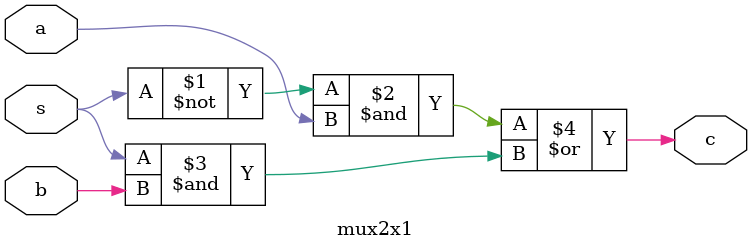
<source format=v>
`timescale 1ns / 1ps

module mux2x1(a,b,s,c);
	input a,b,s;
	output c;
	assign c = ~s & a | s & b;
endmodule

</source>
